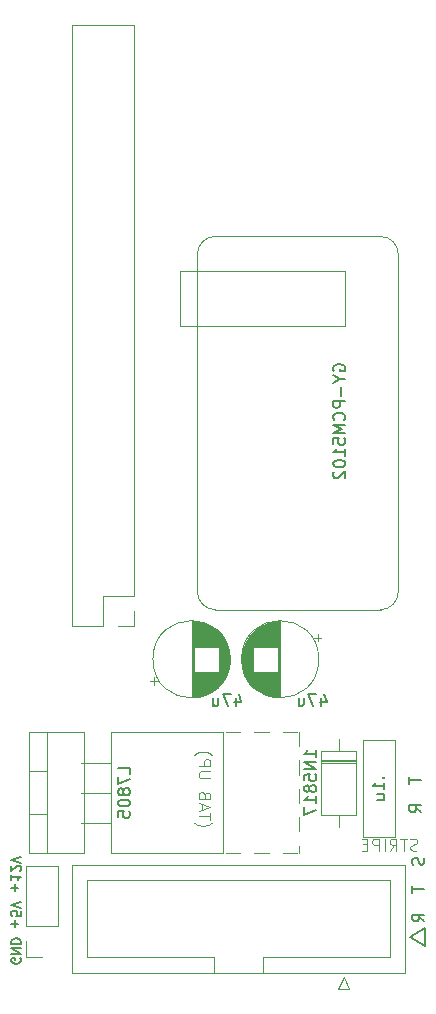
<source format=gbr>
%TF.GenerationSoftware,KiCad,Pcbnew,8.0.7*%
%TF.CreationDate,2025-02-20T21:39:26+00:00*%
%TF.ProjectId,RPi-MiniDexed-EuroRack,5250692d-4d69-46e6-9944-657865642d45,rev?*%
%TF.SameCoordinates,Original*%
%TF.FileFunction,Legend,Bot*%
%TF.FilePolarity,Positive*%
%FSLAX46Y46*%
G04 Gerber Fmt 4.6, Leading zero omitted, Abs format (unit mm)*
G04 Created by KiCad (PCBNEW 8.0.7) date 2025-02-20 21:39:26*
%MOMM*%
%LPD*%
G01*
G04 APERTURE LIST*
%ADD10C,0.100000*%
%ADD11C,0.150000*%
%ADD12C,0.200000*%
%ADD13C,0.120000*%
G04 APERTURE END LIST*
D10*
X66211628Y-124582143D02*
X66259247Y-124629762D01*
X66259247Y-124629762D02*
X66402104Y-124725000D01*
X66402104Y-124725000D02*
X66497342Y-124772619D01*
X66497342Y-124772619D02*
X66640200Y-124820238D01*
X66640200Y-124820238D02*
X66878295Y-124867857D01*
X66878295Y-124867857D02*
X67068771Y-124867857D01*
X67068771Y-124867857D02*
X67306866Y-124820238D01*
X67306866Y-124820238D02*
X67449723Y-124772619D01*
X67449723Y-124772619D02*
X67544961Y-124725000D01*
X67544961Y-124725000D02*
X67687819Y-124629762D01*
X67687819Y-124629762D02*
X67735438Y-124582143D01*
X67592580Y-124344047D02*
X67592580Y-123772619D01*
X66592580Y-124058333D02*
X67592580Y-124058333D01*
X66878295Y-123486904D02*
X66878295Y-123010714D01*
X66592580Y-123582142D02*
X67592580Y-123248809D01*
X67592580Y-123248809D02*
X66592580Y-122915476D01*
X67116390Y-122248809D02*
X67068771Y-122105952D01*
X67068771Y-122105952D02*
X67021152Y-122058333D01*
X67021152Y-122058333D02*
X66925914Y-122010714D01*
X66925914Y-122010714D02*
X66783057Y-122010714D01*
X66783057Y-122010714D02*
X66687819Y-122058333D01*
X66687819Y-122058333D02*
X66640200Y-122105952D01*
X66640200Y-122105952D02*
X66592580Y-122201190D01*
X66592580Y-122201190D02*
X66592580Y-122582142D01*
X66592580Y-122582142D02*
X67592580Y-122582142D01*
X67592580Y-122582142D02*
X67592580Y-122248809D01*
X67592580Y-122248809D02*
X67544961Y-122153571D01*
X67544961Y-122153571D02*
X67497342Y-122105952D01*
X67497342Y-122105952D02*
X67402104Y-122058333D01*
X67402104Y-122058333D02*
X67306866Y-122058333D01*
X67306866Y-122058333D02*
X67211628Y-122105952D01*
X67211628Y-122105952D02*
X67164009Y-122153571D01*
X67164009Y-122153571D02*
X67116390Y-122248809D01*
X67116390Y-122248809D02*
X67116390Y-122582142D01*
X67592580Y-120820237D02*
X66783057Y-120820237D01*
X66783057Y-120820237D02*
X66687819Y-120772618D01*
X66687819Y-120772618D02*
X66640200Y-120724999D01*
X66640200Y-120724999D02*
X66592580Y-120629761D01*
X66592580Y-120629761D02*
X66592580Y-120439285D01*
X66592580Y-120439285D02*
X66640200Y-120344047D01*
X66640200Y-120344047D02*
X66687819Y-120296428D01*
X66687819Y-120296428D02*
X66783057Y-120248809D01*
X66783057Y-120248809D02*
X67592580Y-120248809D01*
X66592580Y-119772618D02*
X67592580Y-119772618D01*
X67592580Y-119772618D02*
X67592580Y-119391666D01*
X67592580Y-119391666D02*
X67544961Y-119296428D01*
X67544961Y-119296428D02*
X67497342Y-119248809D01*
X67497342Y-119248809D02*
X67402104Y-119201190D01*
X67402104Y-119201190D02*
X67259247Y-119201190D01*
X67259247Y-119201190D02*
X67164009Y-119248809D01*
X67164009Y-119248809D02*
X67116390Y-119296428D01*
X67116390Y-119296428D02*
X67068771Y-119391666D01*
X67068771Y-119391666D02*
X67068771Y-119772618D01*
X66211628Y-118867856D02*
X66259247Y-118820237D01*
X66259247Y-118820237D02*
X66402104Y-118724999D01*
X66402104Y-118724999D02*
X66497342Y-118677380D01*
X66497342Y-118677380D02*
X66640200Y-118629761D01*
X66640200Y-118629761D02*
X66878295Y-118582142D01*
X66878295Y-118582142D02*
X67068771Y-118582142D01*
X67068771Y-118582142D02*
X67306866Y-118629761D01*
X67306866Y-118629761D02*
X67449723Y-118677380D01*
X67449723Y-118677380D02*
X67544961Y-118724999D01*
X67544961Y-118724999D02*
X67687819Y-118820237D01*
X67687819Y-118820237D02*
X67735438Y-118867856D01*
D11*
X51499609Y-136066792D02*
X51537704Y-136142982D01*
X51537704Y-136142982D02*
X51537704Y-136257268D01*
X51537704Y-136257268D02*
X51499609Y-136371554D01*
X51499609Y-136371554D02*
X51423419Y-136447744D01*
X51423419Y-136447744D02*
X51347228Y-136485839D01*
X51347228Y-136485839D02*
X51194847Y-136523935D01*
X51194847Y-136523935D02*
X51080561Y-136523935D01*
X51080561Y-136523935D02*
X50928180Y-136485839D01*
X50928180Y-136485839D02*
X50851990Y-136447744D01*
X50851990Y-136447744D02*
X50775800Y-136371554D01*
X50775800Y-136371554D02*
X50737704Y-136257268D01*
X50737704Y-136257268D02*
X50737704Y-136181077D01*
X50737704Y-136181077D02*
X50775800Y-136066792D01*
X50775800Y-136066792D02*
X50813895Y-136028696D01*
X50813895Y-136028696D02*
X51080561Y-136028696D01*
X51080561Y-136028696D02*
X51080561Y-136181077D01*
X50737704Y-135685839D02*
X51537704Y-135685839D01*
X51537704Y-135685839D02*
X50737704Y-135228696D01*
X50737704Y-135228696D02*
X51537704Y-135228696D01*
X50737704Y-134847744D02*
X51537704Y-134847744D01*
X51537704Y-134847744D02*
X51537704Y-134657268D01*
X51537704Y-134657268D02*
X51499609Y-134542982D01*
X51499609Y-134542982D02*
X51423419Y-134466792D01*
X51423419Y-134466792D02*
X51347228Y-134428697D01*
X51347228Y-134428697D02*
X51194847Y-134390601D01*
X51194847Y-134390601D02*
X51080561Y-134390601D01*
X51080561Y-134390601D02*
X50928180Y-134428697D01*
X50928180Y-134428697D02*
X50851990Y-134466792D01*
X50851990Y-134466792D02*
X50775800Y-134542982D01*
X50775800Y-134542982D02*
X50737704Y-134657268D01*
X50737704Y-134657268D02*
X50737704Y-134847744D01*
X51042466Y-133438220D02*
X51042466Y-132828697D01*
X50737704Y-133133458D02*
X51347228Y-133133458D01*
X51537704Y-132066792D02*
X51537704Y-132447744D01*
X51537704Y-132447744D02*
X51156752Y-132485840D01*
X51156752Y-132485840D02*
X51194847Y-132447744D01*
X51194847Y-132447744D02*
X51232942Y-132371554D01*
X51232942Y-132371554D02*
X51232942Y-132181078D01*
X51232942Y-132181078D02*
X51194847Y-132104887D01*
X51194847Y-132104887D02*
X51156752Y-132066792D01*
X51156752Y-132066792D02*
X51080561Y-132028697D01*
X51080561Y-132028697D02*
X50890085Y-132028697D01*
X50890085Y-132028697D02*
X50813895Y-132066792D01*
X50813895Y-132066792D02*
X50775800Y-132104887D01*
X50775800Y-132104887D02*
X50737704Y-132181078D01*
X50737704Y-132181078D02*
X50737704Y-132371554D01*
X50737704Y-132371554D02*
X50775800Y-132447744D01*
X50775800Y-132447744D02*
X50813895Y-132485840D01*
X51537704Y-131800125D02*
X50737704Y-131533458D01*
X50737704Y-131533458D02*
X51537704Y-131266792D01*
X51042466Y-130390601D02*
X51042466Y-129781078D01*
X50737704Y-130085839D02*
X51347228Y-130085839D01*
X50737704Y-128981078D02*
X50737704Y-129438221D01*
X50737704Y-129209649D02*
X51537704Y-129209649D01*
X51537704Y-129209649D02*
X51423419Y-129285840D01*
X51423419Y-129285840D02*
X51347228Y-129362030D01*
X51347228Y-129362030D02*
X51309133Y-129438221D01*
X51461514Y-128676316D02*
X51499609Y-128638220D01*
X51499609Y-128638220D02*
X51537704Y-128562030D01*
X51537704Y-128562030D02*
X51537704Y-128371554D01*
X51537704Y-128371554D02*
X51499609Y-128295363D01*
X51499609Y-128295363D02*
X51461514Y-128257268D01*
X51461514Y-128257268D02*
X51385323Y-128219173D01*
X51385323Y-128219173D02*
X51309133Y-128219173D01*
X51309133Y-128219173D02*
X51194847Y-128257268D01*
X51194847Y-128257268D02*
X50737704Y-128714411D01*
X50737704Y-128714411D02*
X50737704Y-128219173D01*
X51537704Y-127990601D02*
X50737704Y-127723934D01*
X50737704Y-127723934D02*
X51537704Y-127457268D01*
D12*
X85750000Y-135000000D02*
X84500000Y-134250000D01*
X85750000Y-133500000D01*
X85750000Y-135000000D01*
D10*
X85107142Y-126909800D02*
X84964285Y-126957419D01*
X84964285Y-126957419D02*
X84726190Y-126957419D01*
X84726190Y-126957419D02*
X84630952Y-126909800D01*
X84630952Y-126909800D02*
X84583333Y-126862180D01*
X84583333Y-126862180D02*
X84535714Y-126766942D01*
X84535714Y-126766942D02*
X84535714Y-126671704D01*
X84535714Y-126671704D02*
X84583333Y-126576466D01*
X84583333Y-126576466D02*
X84630952Y-126528847D01*
X84630952Y-126528847D02*
X84726190Y-126481228D01*
X84726190Y-126481228D02*
X84916666Y-126433609D01*
X84916666Y-126433609D02*
X85011904Y-126385990D01*
X85011904Y-126385990D02*
X85059523Y-126338371D01*
X85059523Y-126338371D02*
X85107142Y-126243133D01*
X85107142Y-126243133D02*
X85107142Y-126147895D01*
X85107142Y-126147895D02*
X85059523Y-126052657D01*
X85059523Y-126052657D02*
X85011904Y-126005038D01*
X85011904Y-126005038D02*
X84916666Y-125957419D01*
X84916666Y-125957419D02*
X84678571Y-125957419D01*
X84678571Y-125957419D02*
X84535714Y-126005038D01*
X84249999Y-125957419D02*
X83678571Y-125957419D01*
X83964285Y-126957419D02*
X83964285Y-125957419D01*
X82773809Y-126957419D02*
X83107142Y-126481228D01*
X83345237Y-126957419D02*
X83345237Y-125957419D01*
X83345237Y-125957419D02*
X82964285Y-125957419D01*
X82964285Y-125957419D02*
X82869047Y-126005038D01*
X82869047Y-126005038D02*
X82821428Y-126052657D01*
X82821428Y-126052657D02*
X82773809Y-126147895D01*
X82773809Y-126147895D02*
X82773809Y-126290752D01*
X82773809Y-126290752D02*
X82821428Y-126385990D01*
X82821428Y-126385990D02*
X82869047Y-126433609D01*
X82869047Y-126433609D02*
X82964285Y-126481228D01*
X82964285Y-126481228D02*
X83345237Y-126481228D01*
X82345237Y-126957419D02*
X82345237Y-125957419D01*
X81869047Y-126957419D02*
X81869047Y-125957419D01*
X81869047Y-125957419D02*
X81488095Y-125957419D01*
X81488095Y-125957419D02*
X81392857Y-126005038D01*
X81392857Y-126005038D02*
X81345238Y-126052657D01*
X81345238Y-126052657D02*
X81297619Y-126147895D01*
X81297619Y-126147895D02*
X81297619Y-126290752D01*
X81297619Y-126290752D02*
X81345238Y-126385990D01*
X81345238Y-126385990D02*
X81392857Y-126433609D01*
X81392857Y-126433609D02*
X81488095Y-126481228D01*
X81488095Y-126481228D02*
X81869047Y-126481228D01*
X80869047Y-126433609D02*
X80535714Y-126433609D01*
X80392857Y-126957419D02*
X80869047Y-126957419D01*
X80869047Y-126957419D02*
X80869047Y-125957419D01*
X80869047Y-125957419D02*
X80392857Y-125957419D01*
D12*
X84452219Y-120702381D02*
X84452219Y-121273809D01*
X85452219Y-120988095D02*
X84452219Y-120988095D01*
X85452219Y-123702381D02*
X84976028Y-123369048D01*
X85452219Y-123130953D02*
X84452219Y-123130953D01*
X84452219Y-123130953D02*
X84452219Y-123511905D01*
X84452219Y-123511905D02*
X84499838Y-123607143D01*
X84499838Y-123607143D02*
X84547457Y-123654762D01*
X84547457Y-123654762D02*
X84642695Y-123702381D01*
X84642695Y-123702381D02*
X84785552Y-123702381D01*
X84785552Y-123702381D02*
X84880790Y-123654762D01*
X84880790Y-123654762D02*
X84928409Y-123607143D01*
X84928409Y-123607143D02*
X84976028Y-123511905D01*
X84976028Y-123511905D02*
X84976028Y-123130953D01*
X85654600Y-127559523D02*
X85702219Y-127702380D01*
X85702219Y-127702380D02*
X85702219Y-127940475D01*
X85702219Y-127940475D02*
X85654600Y-128035713D01*
X85654600Y-128035713D02*
X85606980Y-128083332D01*
X85606980Y-128083332D02*
X85511742Y-128130951D01*
X85511742Y-128130951D02*
X85416504Y-128130951D01*
X85416504Y-128130951D02*
X85321266Y-128083332D01*
X85321266Y-128083332D02*
X85273647Y-128035713D01*
X85273647Y-128035713D02*
X85226028Y-127940475D01*
X85226028Y-127940475D02*
X85178409Y-127749999D01*
X85178409Y-127749999D02*
X85130790Y-127654761D01*
X85130790Y-127654761D02*
X85083171Y-127607142D01*
X85083171Y-127607142D02*
X84987933Y-127559523D01*
X84987933Y-127559523D02*
X84892695Y-127559523D01*
X84892695Y-127559523D02*
X84797457Y-127607142D01*
X84797457Y-127607142D02*
X84749838Y-127654761D01*
X84749838Y-127654761D02*
X84702219Y-127749999D01*
X84702219Y-127749999D02*
X84702219Y-127988094D01*
X84702219Y-127988094D02*
X84749838Y-128130951D01*
X84702219Y-129940476D02*
X84702219Y-130511904D01*
X85702219Y-130226190D02*
X84702219Y-130226190D01*
X85702219Y-132940476D02*
X85226028Y-132607143D01*
X85702219Y-132369048D02*
X84702219Y-132369048D01*
X84702219Y-132369048D02*
X84702219Y-132750000D01*
X84702219Y-132750000D02*
X84749838Y-132845238D01*
X84749838Y-132845238D02*
X84797457Y-132892857D01*
X84797457Y-132892857D02*
X84892695Y-132940476D01*
X84892695Y-132940476D02*
X85035552Y-132940476D01*
X85035552Y-132940476D02*
X85130790Y-132892857D01*
X85130790Y-132892857D02*
X85178409Y-132845238D01*
X85178409Y-132845238D02*
X85226028Y-132750000D01*
X85226028Y-132750000D02*
X85226028Y-132369048D01*
D11*
X60784819Y-120444761D02*
X60784819Y-119968571D01*
X60784819Y-119968571D02*
X59784819Y-119968571D01*
X59784819Y-120682857D02*
X59784819Y-121349523D01*
X59784819Y-121349523D02*
X60784819Y-120920952D01*
X60213390Y-121873333D02*
X60165771Y-121778095D01*
X60165771Y-121778095D02*
X60118152Y-121730476D01*
X60118152Y-121730476D02*
X60022914Y-121682857D01*
X60022914Y-121682857D02*
X59975295Y-121682857D01*
X59975295Y-121682857D02*
X59880057Y-121730476D01*
X59880057Y-121730476D02*
X59832438Y-121778095D01*
X59832438Y-121778095D02*
X59784819Y-121873333D01*
X59784819Y-121873333D02*
X59784819Y-122063809D01*
X59784819Y-122063809D02*
X59832438Y-122159047D01*
X59832438Y-122159047D02*
X59880057Y-122206666D01*
X59880057Y-122206666D02*
X59975295Y-122254285D01*
X59975295Y-122254285D02*
X60022914Y-122254285D01*
X60022914Y-122254285D02*
X60118152Y-122206666D01*
X60118152Y-122206666D02*
X60165771Y-122159047D01*
X60165771Y-122159047D02*
X60213390Y-122063809D01*
X60213390Y-122063809D02*
X60213390Y-121873333D01*
X60213390Y-121873333D02*
X60261009Y-121778095D01*
X60261009Y-121778095D02*
X60308628Y-121730476D01*
X60308628Y-121730476D02*
X60403866Y-121682857D01*
X60403866Y-121682857D02*
X60594342Y-121682857D01*
X60594342Y-121682857D02*
X60689580Y-121730476D01*
X60689580Y-121730476D02*
X60737200Y-121778095D01*
X60737200Y-121778095D02*
X60784819Y-121873333D01*
X60784819Y-121873333D02*
X60784819Y-122063809D01*
X60784819Y-122063809D02*
X60737200Y-122159047D01*
X60737200Y-122159047D02*
X60689580Y-122206666D01*
X60689580Y-122206666D02*
X60594342Y-122254285D01*
X60594342Y-122254285D02*
X60403866Y-122254285D01*
X60403866Y-122254285D02*
X60308628Y-122206666D01*
X60308628Y-122206666D02*
X60261009Y-122159047D01*
X60261009Y-122159047D02*
X60213390Y-122063809D01*
X59784819Y-122873333D02*
X59784819Y-122968571D01*
X59784819Y-122968571D02*
X59832438Y-123063809D01*
X59832438Y-123063809D02*
X59880057Y-123111428D01*
X59880057Y-123111428D02*
X59975295Y-123159047D01*
X59975295Y-123159047D02*
X60165771Y-123206666D01*
X60165771Y-123206666D02*
X60403866Y-123206666D01*
X60403866Y-123206666D02*
X60594342Y-123159047D01*
X60594342Y-123159047D02*
X60689580Y-123111428D01*
X60689580Y-123111428D02*
X60737200Y-123063809D01*
X60737200Y-123063809D02*
X60784819Y-122968571D01*
X60784819Y-122968571D02*
X60784819Y-122873333D01*
X60784819Y-122873333D02*
X60737200Y-122778095D01*
X60737200Y-122778095D02*
X60689580Y-122730476D01*
X60689580Y-122730476D02*
X60594342Y-122682857D01*
X60594342Y-122682857D02*
X60403866Y-122635238D01*
X60403866Y-122635238D02*
X60165771Y-122635238D01*
X60165771Y-122635238D02*
X59975295Y-122682857D01*
X59975295Y-122682857D02*
X59880057Y-122730476D01*
X59880057Y-122730476D02*
X59832438Y-122778095D01*
X59832438Y-122778095D02*
X59784819Y-122873333D01*
X59784819Y-124111428D02*
X59784819Y-123635238D01*
X59784819Y-123635238D02*
X60261009Y-123587619D01*
X60261009Y-123587619D02*
X60213390Y-123635238D01*
X60213390Y-123635238D02*
X60165771Y-123730476D01*
X60165771Y-123730476D02*
X60165771Y-123968571D01*
X60165771Y-123968571D02*
X60213390Y-124063809D01*
X60213390Y-124063809D02*
X60261009Y-124111428D01*
X60261009Y-124111428D02*
X60356247Y-124159047D01*
X60356247Y-124159047D02*
X60594342Y-124159047D01*
X60594342Y-124159047D02*
X60689580Y-124111428D01*
X60689580Y-124111428D02*
X60737200Y-124063809D01*
X60737200Y-124063809D02*
X60784819Y-123968571D01*
X60784819Y-123968571D02*
X60784819Y-123730476D01*
X60784819Y-123730476D02*
X60737200Y-123635238D01*
X60737200Y-123635238D02*
X60689580Y-123587619D01*
X76554819Y-119032142D02*
X76554819Y-118460714D01*
X76554819Y-118746428D02*
X75554819Y-118746428D01*
X75554819Y-118746428D02*
X75697676Y-118651190D01*
X75697676Y-118651190D02*
X75792914Y-118555952D01*
X75792914Y-118555952D02*
X75840533Y-118460714D01*
X76554819Y-119460714D02*
X75554819Y-119460714D01*
X75554819Y-119460714D02*
X76554819Y-120032142D01*
X76554819Y-120032142D02*
X75554819Y-120032142D01*
X75554819Y-120984523D02*
X75554819Y-120508333D01*
X75554819Y-120508333D02*
X76031009Y-120460714D01*
X76031009Y-120460714D02*
X75983390Y-120508333D01*
X75983390Y-120508333D02*
X75935771Y-120603571D01*
X75935771Y-120603571D02*
X75935771Y-120841666D01*
X75935771Y-120841666D02*
X75983390Y-120936904D01*
X75983390Y-120936904D02*
X76031009Y-120984523D01*
X76031009Y-120984523D02*
X76126247Y-121032142D01*
X76126247Y-121032142D02*
X76364342Y-121032142D01*
X76364342Y-121032142D02*
X76459580Y-120984523D01*
X76459580Y-120984523D02*
X76507200Y-120936904D01*
X76507200Y-120936904D02*
X76554819Y-120841666D01*
X76554819Y-120841666D02*
X76554819Y-120603571D01*
X76554819Y-120603571D02*
X76507200Y-120508333D01*
X76507200Y-120508333D02*
X76459580Y-120460714D01*
X75983390Y-121603571D02*
X75935771Y-121508333D01*
X75935771Y-121508333D02*
X75888152Y-121460714D01*
X75888152Y-121460714D02*
X75792914Y-121413095D01*
X75792914Y-121413095D02*
X75745295Y-121413095D01*
X75745295Y-121413095D02*
X75650057Y-121460714D01*
X75650057Y-121460714D02*
X75602438Y-121508333D01*
X75602438Y-121508333D02*
X75554819Y-121603571D01*
X75554819Y-121603571D02*
X75554819Y-121794047D01*
X75554819Y-121794047D02*
X75602438Y-121889285D01*
X75602438Y-121889285D02*
X75650057Y-121936904D01*
X75650057Y-121936904D02*
X75745295Y-121984523D01*
X75745295Y-121984523D02*
X75792914Y-121984523D01*
X75792914Y-121984523D02*
X75888152Y-121936904D01*
X75888152Y-121936904D02*
X75935771Y-121889285D01*
X75935771Y-121889285D02*
X75983390Y-121794047D01*
X75983390Y-121794047D02*
X75983390Y-121603571D01*
X75983390Y-121603571D02*
X76031009Y-121508333D01*
X76031009Y-121508333D02*
X76078628Y-121460714D01*
X76078628Y-121460714D02*
X76173866Y-121413095D01*
X76173866Y-121413095D02*
X76364342Y-121413095D01*
X76364342Y-121413095D02*
X76459580Y-121460714D01*
X76459580Y-121460714D02*
X76507200Y-121508333D01*
X76507200Y-121508333D02*
X76554819Y-121603571D01*
X76554819Y-121603571D02*
X76554819Y-121794047D01*
X76554819Y-121794047D02*
X76507200Y-121889285D01*
X76507200Y-121889285D02*
X76459580Y-121936904D01*
X76459580Y-121936904D02*
X76364342Y-121984523D01*
X76364342Y-121984523D02*
X76173866Y-121984523D01*
X76173866Y-121984523D02*
X76078628Y-121936904D01*
X76078628Y-121936904D02*
X76031009Y-121889285D01*
X76031009Y-121889285D02*
X75983390Y-121794047D01*
X76554819Y-122936904D02*
X76554819Y-122365476D01*
X76554819Y-122651190D02*
X75554819Y-122651190D01*
X75554819Y-122651190D02*
X75697676Y-122555952D01*
X75697676Y-122555952D02*
X75792914Y-122460714D01*
X75792914Y-122460714D02*
X75840533Y-122365476D01*
X75554819Y-123270238D02*
X75554819Y-123936904D01*
X75554819Y-123936904D02*
X76554819Y-123508333D01*
X76988095Y-114038152D02*
X76988095Y-114704819D01*
X77226190Y-113657200D02*
X77464285Y-114371485D01*
X77464285Y-114371485D02*
X76845238Y-114371485D01*
X76559523Y-113704819D02*
X75892857Y-113704819D01*
X75892857Y-113704819D02*
X76321428Y-114704819D01*
X75083333Y-114038152D02*
X75083333Y-114704819D01*
X75511904Y-114038152D02*
X75511904Y-114561961D01*
X75511904Y-114561961D02*
X75464285Y-114657200D01*
X75464285Y-114657200D02*
X75369047Y-114704819D01*
X75369047Y-114704819D02*
X75226190Y-114704819D01*
X75226190Y-114704819D02*
X75130952Y-114657200D01*
X75130952Y-114657200D02*
X75083333Y-114609580D01*
X82234580Y-120771429D02*
X82282200Y-120819048D01*
X82282200Y-120819048D02*
X82329819Y-120771429D01*
X82329819Y-120771429D02*
X82282200Y-120723810D01*
X82282200Y-120723810D02*
X82234580Y-120771429D01*
X82234580Y-120771429D02*
X82329819Y-120771429D01*
X82329819Y-121771428D02*
X82329819Y-121200000D01*
X82329819Y-121485714D02*
X81329819Y-121485714D01*
X81329819Y-121485714D02*
X81472676Y-121390476D01*
X81472676Y-121390476D02*
X81567914Y-121295238D01*
X81567914Y-121295238D02*
X81615533Y-121200000D01*
X81663152Y-122628571D02*
X82329819Y-122628571D01*
X81663152Y-122200000D02*
X82186961Y-122200000D01*
X82186961Y-122200000D02*
X82282200Y-122247619D01*
X82282200Y-122247619D02*
X82329819Y-122342857D01*
X82329819Y-122342857D02*
X82329819Y-122485714D01*
X82329819Y-122485714D02*
X82282200Y-122580952D01*
X82282200Y-122580952D02*
X82234580Y-122628571D01*
X69738095Y-114038152D02*
X69738095Y-114704819D01*
X69976190Y-113657200D02*
X70214285Y-114371485D01*
X70214285Y-114371485D02*
X69595238Y-114371485D01*
X69309523Y-113704819D02*
X68642857Y-113704819D01*
X68642857Y-113704819D02*
X69071428Y-114704819D01*
X67833333Y-114038152D02*
X67833333Y-114704819D01*
X68261904Y-114038152D02*
X68261904Y-114561961D01*
X68261904Y-114561961D02*
X68214285Y-114657200D01*
X68214285Y-114657200D02*
X68119047Y-114704819D01*
X68119047Y-114704819D02*
X67976190Y-114704819D01*
X67976190Y-114704819D02*
X67880952Y-114657200D01*
X67880952Y-114657200D02*
X67833333Y-114609580D01*
X78052438Y-86338095D02*
X78004819Y-86242857D01*
X78004819Y-86242857D02*
X78004819Y-86100000D01*
X78004819Y-86100000D02*
X78052438Y-85957143D01*
X78052438Y-85957143D02*
X78147676Y-85861905D01*
X78147676Y-85861905D02*
X78242914Y-85814286D01*
X78242914Y-85814286D02*
X78433390Y-85766667D01*
X78433390Y-85766667D02*
X78576247Y-85766667D01*
X78576247Y-85766667D02*
X78766723Y-85814286D01*
X78766723Y-85814286D02*
X78861961Y-85861905D01*
X78861961Y-85861905D02*
X78957200Y-85957143D01*
X78957200Y-85957143D02*
X79004819Y-86100000D01*
X79004819Y-86100000D02*
X79004819Y-86195238D01*
X79004819Y-86195238D02*
X78957200Y-86338095D01*
X78957200Y-86338095D02*
X78909580Y-86385714D01*
X78909580Y-86385714D02*
X78576247Y-86385714D01*
X78576247Y-86385714D02*
X78576247Y-86195238D01*
X78528628Y-87004762D02*
X79004819Y-87004762D01*
X78004819Y-86671429D02*
X78528628Y-87004762D01*
X78528628Y-87004762D02*
X78004819Y-87338095D01*
X78623866Y-87671429D02*
X78623866Y-88433334D01*
X79004819Y-88909524D02*
X78004819Y-88909524D01*
X78004819Y-88909524D02*
X78004819Y-89290476D01*
X78004819Y-89290476D02*
X78052438Y-89385714D01*
X78052438Y-89385714D02*
X78100057Y-89433333D01*
X78100057Y-89433333D02*
X78195295Y-89480952D01*
X78195295Y-89480952D02*
X78338152Y-89480952D01*
X78338152Y-89480952D02*
X78433390Y-89433333D01*
X78433390Y-89433333D02*
X78481009Y-89385714D01*
X78481009Y-89385714D02*
X78528628Y-89290476D01*
X78528628Y-89290476D02*
X78528628Y-88909524D01*
X78909580Y-90480952D02*
X78957200Y-90433333D01*
X78957200Y-90433333D02*
X79004819Y-90290476D01*
X79004819Y-90290476D02*
X79004819Y-90195238D01*
X79004819Y-90195238D02*
X78957200Y-90052381D01*
X78957200Y-90052381D02*
X78861961Y-89957143D01*
X78861961Y-89957143D02*
X78766723Y-89909524D01*
X78766723Y-89909524D02*
X78576247Y-89861905D01*
X78576247Y-89861905D02*
X78433390Y-89861905D01*
X78433390Y-89861905D02*
X78242914Y-89909524D01*
X78242914Y-89909524D02*
X78147676Y-89957143D01*
X78147676Y-89957143D02*
X78052438Y-90052381D01*
X78052438Y-90052381D02*
X78004819Y-90195238D01*
X78004819Y-90195238D02*
X78004819Y-90290476D01*
X78004819Y-90290476D02*
X78052438Y-90433333D01*
X78052438Y-90433333D02*
X78100057Y-90480952D01*
X79004819Y-90909524D02*
X78004819Y-90909524D01*
X78004819Y-90909524D02*
X78719104Y-91242857D01*
X78719104Y-91242857D02*
X78004819Y-91576190D01*
X78004819Y-91576190D02*
X79004819Y-91576190D01*
X78004819Y-92528571D02*
X78004819Y-92052381D01*
X78004819Y-92052381D02*
X78481009Y-92004762D01*
X78481009Y-92004762D02*
X78433390Y-92052381D01*
X78433390Y-92052381D02*
X78385771Y-92147619D01*
X78385771Y-92147619D02*
X78385771Y-92385714D01*
X78385771Y-92385714D02*
X78433390Y-92480952D01*
X78433390Y-92480952D02*
X78481009Y-92528571D01*
X78481009Y-92528571D02*
X78576247Y-92576190D01*
X78576247Y-92576190D02*
X78814342Y-92576190D01*
X78814342Y-92576190D02*
X78909580Y-92528571D01*
X78909580Y-92528571D02*
X78957200Y-92480952D01*
X78957200Y-92480952D02*
X79004819Y-92385714D01*
X79004819Y-92385714D02*
X79004819Y-92147619D01*
X79004819Y-92147619D02*
X78957200Y-92052381D01*
X78957200Y-92052381D02*
X78909580Y-92004762D01*
X79004819Y-93528571D02*
X79004819Y-92957143D01*
X79004819Y-93242857D02*
X78004819Y-93242857D01*
X78004819Y-93242857D02*
X78147676Y-93147619D01*
X78147676Y-93147619D02*
X78242914Y-93052381D01*
X78242914Y-93052381D02*
X78290533Y-92957143D01*
X78004819Y-94147619D02*
X78004819Y-94242857D01*
X78004819Y-94242857D02*
X78052438Y-94338095D01*
X78052438Y-94338095D02*
X78100057Y-94385714D01*
X78100057Y-94385714D02*
X78195295Y-94433333D01*
X78195295Y-94433333D02*
X78385771Y-94480952D01*
X78385771Y-94480952D02*
X78623866Y-94480952D01*
X78623866Y-94480952D02*
X78814342Y-94433333D01*
X78814342Y-94433333D02*
X78909580Y-94385714D01*
X78909580Y-94385714D02*
X78957200Y-94338095D01*
X78957200Y-94338095D02*
X79004819Y-94242857D01*
X79004819Y-94242857D02*
X79004819Y-94147619D01*
X79004819Y-94147619D02*
X78957200Y-94052381D01*
X78957200Y-94052381D02*
X78909580Y-94004762D01*
X78909580Y-94004762D02*
X78814342Y-93957143D01*
X78814342Y-93957143D02*
X78623866Y-93909524D01*
X78623866Y-93909524D02*
X78385771Y-93909524D01*
X78385771Y-93909524D02*
X78195295Y-93957143D01*
X78195295Y-93957143D02*
X78100057Y-94004762D01*
X78100057Y-94004762D02*
X78052438Y-94052381D01*
X78052438Y-94052381D02*
X78004819Y-94147619D01*
X78100057Y-94861905D02*
X78052438Y-94909524D01*
X78052438Y-94909524D02*
X78004819Y-95004762D01*
X78004819Y-95004762D02*
X78004819Y-95242857D01*
X78004819Y-95242857D02*
X78052438Y-95338095D01*
X78052438Y-95338095D02*
X78100057Y-95385714D01*
X78100057Y-95385714D02*
X78195295Y-95433333D01*
X78195295Y-95433333D02*
X78290533Y-95433333D01*
X78290533Y-95433333D02*
X78433390Y-95385714D01*
X78433390Y-95385714D02*
X79004819Y-94814286D01*
X79004819Y-94814286D02*
X79004819Y-95433333D01*
D13*
%TO.C,J9*%
X53350000Y-135955000D02*
X52020000Y-135955000D01*
X52020000Y-135955000D02*
X52020000Y-134625000D01*
X52020000Y-128215000D02*
X52020000Y-133355000D01*
X54680000Y-133355000D02*
X52020000Y-133355000D01*
X54680000Y-128215000D02*
X52020000Y-128215000D01*
X54680000Y-128215000D02*
X54680000Y-133355000D01*
%TO.C,U2*%
X74920000Y-127160000D02*
X73720000Y-127160000D01*
X72520000Y-127160000D02*
X71320000Y-127160000D01*
X70120000Y-127160000D02*
X68920000Y-127160000D01*
X68680000Y-127160000D02*
X59190000Y-127160000D01*
X75080000Y-127160000D02*
X75080000Y-126520000D01*
X59190000Y-124580000D02*
X56650000Y-124580000D01*
X75080000Y-125320000D02*
X75080000Y-124120000D01*
X59190000Y-122040000D02*
X56650000Y-122040000D01*
X75080000Y-122920000D02*
X75080000Y-121720000D01*
X59190000Y-119500000D02*
X56650000Y-119500000D01*
X75080000Y-120520000D02*
X75080000Y-119319000D01*
X75080000Y-118120000D02*
X75080000Y-116920000D01*
X74920000Y-116920000D02*
X73720000Y-116920000D01*
X72520000Y-116920000D02*
X71320000Y-116920000D01*
X70120000Y-116920000D02*
X68920000Y-116920000D01*
X68680000Y-127160000D02*
X68680000Y-116920000D01*
X59190000Y-127160000D02*
X59190000Y-116920000D01*
X68680000Y-116920000D02*
X59190000Y-116920000D01*
%TO.C,U3*%
X56871000Y-116920000D02*
X52230000Y-116920000D01*
X52230000Y-127160000D02*
X52230000Y-116920000D01*
X53740000Y-127160000D02*
X53740000Y-116920000D01*
X56871000Y-127160000D02*
X56871000Y-116920000D01*
X53740000Y-120190000D02*
X52230000Y-120190000D01*
X53740000Y-123891000D02*
X52230000Y-123891000D01*
X56871000Y-127160000D02*
X52230000Y-127160000D01*
%TO.C,D2*%
X79920000Y-123945000D02*
X79920000Y-118505000D01*
X79920000Y-119525000D02*
X76980000Y-119525000D01*
X79920000Y-119405000D02*
X76980000Y-119405000D01*
X79920000Y-119285000D02*
X76980000Y-119285000D01*
X79920000Y-118505000D02*
X76980000Y-118505000D01*
X78450000Y-123945000D02*
X78450000Y-124965000D01*
X78450000Y-118505000D02*
X78450000Y-117485000D01*
X76980000Y-123945000D02*
X79920000Y-123945000D01*
X76980000Y-118505000D02*
X76980000Y-123945000D01*
%TO.C,P1*%
X55900000Y-57040000D02*
X55900000Y-107960000D01*
X58500000Y-105360000D02*
X58500000Y-107960000D01*
X58500000Y-107960000D02*
X55900000Y-107960000D01*
X61100000Y-57040000D02*
X55900000Y-57040000D01*
X61100000Y-57040000D02*
X61100000Y-105360000D01*
X61100000Y-105360000D02*
X58500000Y-105360000D01*
X61100000Y-106630000D02*
X61100000Y-107960000D01*
X61100000Y-107960000D02*
X59770000Y-107960000D01*
%TO.C,C9*%
X70259000Y-111152000D02*
X70259000Y-110348000D01*
X70299000Y-111383000D02*
X70299000Y-110117000D01*
X70339000Y-111552000D02*
X70339000Y-109948000D01*
X70379000Y-111690000D02*
X70379000Y-109810000D01*
X70419000Y-111809000D02*
X70419000Y-109691000D01*
X70459000Y-111915000D02*
X70459000Y-109585000D01*
X70499000Y-112012000D02*
X70499000Y-109488000D01*
X70539000Y-112100000D02*
X70539000Y-109400000D01*
X70579000Y-112182000D02*
X70579000Y-109318000D01*
X70619000Y-112259000D02*
X70619000Y-109241000D01*
X70659000Y-112331000D02*
X70659000Y-109169000D01*
X70699000Y-112400000D02*
X70699000Y-109100000D01*
X70739000Y-112464000D02*
X70739000Y-109036000D01*
X70779000Y-112526000D02*
X70779000Y-108974000D01*
X70819000Y-112584000D02*
X70819000Y-108916000D01*
X70859000Y-112640000D02*
X70859000Y-108860000D01*
X70899000Y-112694000D02*
X70899000Y-108806000D01*
X70939000Y-112745000D02*
X70939000Y-108755000D01*
X70979000Y-112794000D02*
X70979000Y-108706000D01*
X71019000Y-112842000D02*
X71019000Y-108658000D01*
X71059000Y-112887000D02*
X71059000Y-108613000D01*
X71099000Y-112932000D02*
X71099000Y-108568000D01*
X71139000Y-112974000D02*
X71139000Y-108526000D01*
X71179000Y-113015000D02*
X71179000Y-108485000D01*
X71219000Y-109710000D02*
X71219000Y-108445000D01*
X71219000Y-113055000D02*
X71219000Y-111790000D01*
X71259000Y-109710000D02*
X71259000Y-108407000D01*
X71259000Y-113093000D02*
X71259000Y-111790000D01*
X71299000Y-109710000D02*
X71299000Y-108370000D01*
X71299000Y-113130000D02*
X71299000Y-111790000D01*
X71339000Y-109710000D02*
X71339000Y-108334000D01*
X71339000Y-113166000D02*
X71339000Y-111790000D01*
X71379000Y-109710000D02*
X71379000Y-108300000D01*
X71379000Y-113200000D02*
X71379000Y-111790000D01*
X71419000Y-109710000D02*
X71419000Y-108266000D01*
X71419000Y-113234000D02*
X71419000Y-111790000D01*
X71459000Y-109710000D02*
X71459000Y-108234000D01*
X71459000Y-113266000D02*
X71459000Y-111790000D01*
X71499000Y-109710000D02*
X71499000Y-108202000D01*
X71499000Y-113298000D02*
X71499000Y-111790000D01*
X71539000Y-109710000D02*
X71539000Y-108172000D01*
X71539000Y-113328000D02*
X71539000Y-111790000D01*
X71579000Y-109710000D02*
X71579000Y-108143000D01*
X71579000Y-113357000D02*
X71579000Y-111790000D01*
X71619000Y-109710000D02*
X71619000Y-108114000D01*
X71619000Y-113386000D02*
X71619000Y-111790000D01*
X71659000Y-109710000D02*
X71659000Y-108086000D01*
X71659000Y-113414000D02*
X71659000Y-111790000D01*
X71699000Y-109710000D02*
X71699000Y-108060000D01*
X71699000Y-113440000D02*
X71699000Y-111790000D01*
X71739000Y-109710000D02*
X71739000Y-108034000D01*
X71739000Y-113466000D02*
X71739000Y-111790000D01*
X71779000Y-109710000D02*
X71779000Y-108008000D01*
X71779000Y-113492000D02*
X71779000Y-111790000D01*
X71819000Y-109710000D02*
X71819000Y-107984000D01*
X71819000Y-113516000D02*
X71819000Y-111790000D01*
X71859000Y-109710000D02*
X71859000Y-107960000D01*
X71859000Y-113540000D02*
X71859000Y-111790000D01*
X71899000Y-109710000D02*
X71899000Y-107938000D01*
X71899000Y-113562000D02*
X71899000Y-111790000D01*
X71939000Y-109710000D02*
X71939000Y-107916000D01*
X71939000Y-113584000D02*
X71939000Y-111790000D01*
X71979000Y-109710000D02*
X71979000Y-107894000D01*
X71979000Y-113606000D02*
X71979000Y-111790000D01*
X72019000Y-109710000D02*
X72019000Y-107874000D01*
X72019000Y-113626000D02*
X72019000Y-111790000D01*
X72059000Y-109710000D02*
X72059000Y-107854000D01*
X72059000Y-113646000D02*
X72059000Y-111790000D01*
X72099000Y-109710000D02*
X72099000Y-107834000D01*
X72099000Y-113666000D02*
X72099000Y-111790000D01*
X72139000Y-109710000D02*
X72139000Y-107816000D01*
X72139000Y-113684000D02*
X72139000Y-111790000D01*
X72179000Y-109710000D02*
X72179000Y-107798000D01*
X72179000Y-113702000D02*
X72179000Y-111790000D01*
X72219000Y-109710000D02*
X72219000Y-107780000D01*
X72219000Y-113720000D02*
X72219000Y-111790000D01*
X72259000Y-109710000D02*
X72259000Y-107764000D01*
X72259000Y-113736000D02*
X72259000Y-111790000D01*
X72299000Y-109710000D02*
X72299000Y-107748000D01*
X72299000Y-113752000D02*
X72299000Y-111790000D01*
X72339000Y-109710000D02*
X72339000Y-107732000D01*
X72339000Y-113768000D02*
X72339000Y-111790000D01*
X72379000Y-109710000D02*
X72379000Y-107717000D01*
X72379000Y-113783000D02*
X72379000Y-111790000D01*
X72419000Y-109710000D02*
X72419000Y-107703000D01*
X72419000Y-113797000D02*
X72419000Y-111790000D01*
X72459000Y-109710000D02*
X72459000Y-107689000D01*
X72459000Y-113811000D02*
X72459000Y-111790000D01*
X72499000Y-109710000D02*
X72499000Y-107676000D01*
X72499000Y-113824000D02*
X72499000Y-111790000D01*
X72539000Y-109710000D02*
X72539000Y-107664000D01*
X72539000Y-113836000D02*
X72539000Y-111790000D01*
X72579000Y-109710000D02*
X72579000Y-107652000D01*
X72579000Y-113848000D02*
X72579000Y-111790000D01*
X72619000Y-109710000D02*
X72619000Y-107640000D01*
X72619000Y-113860000D02*
X72619000Y-111790000D01*
X72659000Y-109710000D02*
X72659000Y-107629000D01*
X72659000Y-113871000D02*
X72659000Y-111790000D01*
X72699000Y-109710000D02*
X72699000Y-107619000D01*
X72699000Y-113881000D02*
X72699000Y-111790000D01*
X72739000Y-109710000D02*
X72739000Y-107609000D01*
X72739000Y-113891000D02*
X72739000Y-111790000D01*
X72779000Y-109710000D02*
X72779000Y-107600000D01*
X72779000Y-113900000D02*
X72779000Y-111790000D01*
X72820000Y-109710000D02*
X72820000Y-107591000D01*
X72820000Y-113909000D02*
X72820000Y-111790000D01*
X72860000Y-109710000D02*
X72860000Y-107583000D01*
X72860000Y-113917000D02*
X72860000Y-111790000D01*
X72900000Y-109710000D02*
X72900000Y-107575000D01*
X72900000Y-113925000D02*
X72900000Y-111790000D01*
X72940000Y-109710000D02*
X72940000Y-107568000D01*
X72940000Y-113932000D02*
X72940000Y-111790000D01*
X72980000Y-109710000D02*
X72980000Y-107561000D01*
X72980000Y-113939000D02*
X72980000Y-111790000D01*
X73020000Y-109710000D02*
X73020000Y-107555000D01*
X73020000Y-113945000D02*
X73020000Y-111790000D01*
X73060000Y-109710000D02*
X73060000Y-107549000D01*
X73060000Y-113951000D02*
X73060000Y-111790000D01*
X73100000Y-109710000D02*
X73100000Y-107544000D01*
X73100000Y-113956000D02*
X73100000Y-111790000D01*
X73140000Y-109710000D02*
X73140000Y-107539000D01*
X73140000Y-113961000D02*
X73140000Y-111790000D01*
X73180000Y-109710000D02*
X73180000Y-107535000D01*
X73180000Y-113965000D02*
X73180000Y-111790000D01*
X73220000Y-109710000D02*
X73220000Y-107532000D01*
X73220000Y-113968000D02*
X73220000Y-111790000D01*
X73260000Y-109710000D02*
X73260000Y-107528000D01*
X73260000Y-113972000D02*
X73260000Y-111790000D01*
X73300000Y-113974000D02*
X73300000Y-107526000D01*
X73340000Y-113977000D02*
X73340000Y-107523000D01*
X73380000Y-113978000D02*
X73380000Y-107522000D01*
X73420000Y-113980000D02*
X73420000Y-107520000D01*
X73460000Y-113980000D02*
X73460000Y-107520000D01*
X73500000Y-113980000D02*
X73500000Y-107520000D01*
X76370241Y-108911000D02*
X77000241Y-108911000D01*
X76685241Y-109226000D02*
X76685241Y-108596000D01*
X76770000Y-110750000D02*
G75*
G02*
X70230000Y-110750000I-3270000J0D01*
G01*
X70230000Y-110750000D02*
G75*
G02*
X76770000Y-110750000I3270000J0D01*
G01*
%TO.C,J8*%
X55880000Y-128170000D02*
X84080000Y-128170000D01*
X55880000Y-137290000D02*
X55880000Y-128170000D01*
X57180000Y-129480000D02*
X82780000Y-129480000D01*
X57180000Y-135980000D02*
X57180000Y-129480000D01*
X67930000Y-135980000D02*
X57180000Y-135980000D01*
X67930000Y-135980000D02*
X67930000Y-135980000D01*
X67930000Y-137290000D02*
X67930000Y-135980000D01*
X72030000Y-135980000D02*
X72030000Y-137290000D01*
X78370000Y-138680000D02*
X79370000Y-138680000D01*
X78870000Y-137680000D02*
X78370000Y-138680000D01*
X79370000Y-138680000D02*
X78870000Y-137680000D01*
X82780000Y-129480000D02*
X82780000Y-135980000D01*
X82780000Y-135980000D02*
X72030000Y-135980000D01*
X84080000Y-128170000D02*
X84080000Y-137290000D01*
X84080000Y-137290000D02*
X55880000Y-137290000D01*
%TO.C,C10*%
X83245000Y-125820000D02*
X83245000Y-117580000D01*
X83245000Y-125820000D02*
X80505000Y-125820000D01*
X83245000Y-117580000D02*
X80505000Y-117580000D01*
X80505000Y-125820000D02*
X80505000Y-117580000D01*
%TO.C,C8*%
X62814759Y-112274000D02*
X62814759Y-112904000D01*
X63129759Y-112589000D02*
X62499759Y-112589000D01*
X66000000Y-107520000D02*
X66000000Y-113980000D01*
X66040000Y-107520000D02*
X66040000Y-113980000D01*
X66080000Y-107520000D02*
X66080000Y-113980000D01*
X66120000Y-107522000D02*
X66120000Y-113978000D01*
X66160000Y-107523000D02*
X66160000Y-113977000D01*
X66200000Y-107526000D02*
X66200000Y-113974000D01*
X66240000Y-107528000D02*
X66240000Y-109710000D01*
X66240000Y-111790000D02*
X66240000Y-113972000D01*
X66280000Y-107532000D02*
X66280000Y-109710000D01*
X66280000Y-111790000D02*
X66280000Y-113968000D01*
X66320000Y-107535000D02*
X66320000Y-109710000D01*
X66320000Y-111790000D02*
X66320000Y-113965000D01*
X66360000Y-107539000D02*
X66360000Y-109710000D01*
X66360000Y-111790000D02*
X66360000Y-113961000D01*
X66400000Y-107544000D02*
X66400000Y-109710000D01*
X66400000Y-111790000D02*
X66400000Y-113956000D01*
X66440000Y-107549000D02*
X66440000Y-109710000D01*
X66440000Y-111790000D02*
X66440000Y-113951000D01*
X66480000Y-107555000D02*
X66480000Y-109710000D01*
X66480000Y-111790000D02*
X66480000Y-113945000D01*
X66520000Y-107561000D02*
X66520000Y-109710000D01*
X66520000Y-111790000D02*
X66520000Y-113939000D01*
X66560000Y-107568000D02*
X66560000Y-109710000D01*
X66560000Y-111790000D02*
X66560000Y-113932000D01*
X66600000Y-107575000D02*
X66600000Y-109710000D01*
X66600000Y-111790000D02*
X66600000Y-113925000D01*
X66640000Y-107583000D02*
X66640000Y-109710000D01*
X66640000Y-111790000D02*
X66640000Y-113917000D01*
X66680000Y-107591000D02*
X66680000Y-109710000D01*
X66680000Y-111790000D02*
X66680000Y-113909000D01*
X66721000Y-107600000D02*
X66721000Y-109710000D01*
X66721000Y-111790000D02*
X66721000Y-113900000D01*
X66761000Y-107609000D02*
X66761000Y-109710000D01*
X66761000Y-111790000D02*
X66761000Y-113891000D01*
X66801000Y-107619000D02*
X66801000Y-109710000D01*
X66801000Y-111790000D02*
X66801000Y-113881000D01*
X66841000Y-107629000D02*
X66841000Y-109710000D01*
X66841000Y-111790000D02*
X66841000Y-113871000D01*
X66881000Y-107640000D02*
X66881000Y-109710000D01*
X66881000Y-111790000D02*
X66881000Y-113860000D01*
X66921000Y-107652000D02*
X66921000Y-109710000D01*
X66921000Y-111790000D02*
X66921000Y-113848000D01*
X66961000Y-107664000D02*
X66961000Y-109710000D01*
X66961000Y-111790000D02*
X66961000Y-113836000D01*
X67001000Y-107676000D02*
X67001000Y-109710000D01*
X67001000Y-111790000D02*
X67001000Y-113824000D01*
X67041000Y-107689000D02*
X67041000Y-109710000D01*
X67041000Y-111790000D02*
X67041000Y-113811000D01*
X67081000Y-107703000D02*
X67081000Y-109710000D01*
X67081000Y-111790000D02*
X67081000Y-113797000D01*
X67121000Y-107717000D02*
X67121000Y-109710000D01*
X67121000Y-111790000D02*
X67121000Y-113783000D01*
X67161000Y-107732000D02*
X67161000Y-109710000D01*
X67161000Y-111790000D02*
X67161000Y-113768000D01*
X67201000Y-107748000D02*
X67201000Y-109710000D01*
X67201000Y-111790000D02*
X67201000Y-113752000D01*
X67241000Y-107764000D02*
X67241000Y-109710000D01*
X67241000Y-111790000D02*
X67241000Y-113736000D01*
X67281000Y-107780000D02*
X67281000Y-109710000D01*
X67281000Y-111790000D02*
X67281000Y-113720000D01*
X67321000Y-107798000D02*
X67321000Y-109710000D01*
X67321000Y-111790000D02*
X67321000Y-113702000D01*
X67361000Y-107816000D02*
X67361000Y-109710000D01*
X67361000Y-111790000D02*
X67361000Y-113684000D01*
X67401000Y-107834000D02*
X67401000Y-109710000D01*
X67401000Y-111790000D02*
X67401000Y-113666000D01*
X67441000Y-107854000D02*
X67441000Y-109710000D01*
X67441000Y-111790000D02*
X67441000Y-113646000D01*
X67481000Y-107874000D02*
X67481000Y-109710000D01*
X67481000Y-111790000D02*
X67481000Y-113626000D01*
X67521000Y-107894000D02*
X67521000Y-109710000D01*
X67521000Y-111790000D02*
X67521000Y-113606000D01*
X67561000Y-107916000D02*
X67561000Y-109710000D01*
X67561000Y-111790000D02*
X67561000Y-113584000D01*
X67601000Y-107938000D02*
X67601000Y-109710000D01*
X67601000Y-111790000D02*
X67601000Y-113562000D01*
X67641000Y-107960000D02*
X67641000Y-109710000D01*
X67641000Y-111790000D02*
X67641000Y-113540000D01*
X67681000Y-107984000D02*
X67681000Y-109710000D01*
X67681000Y-111790000D02*
X67681000Y-113516000D01*
X67721000Y-108008000D02*
X67721000Y-109710000D01*
X67721000Y-111790000D02*
X67721000Y-113492000D01*
X67761000Y-108034000D02*
X67761000Y-109710000D01*
X67761000Y-111790000D02*
X67761000Y-113466000D01*
X67801000Y-108060000D02*
X67801000Y-109710000D01*
X67801000Y-111790000D02*
X67801000Y-113440000D01*
X67841000Y-108086000D02*
X67841000Y-109710000D01*
X67841000Y-111790000D02*
X67841000Y-113414000D01*
X67881000Y-108114000D02*
X67881000Y-109710000D01*
X67881000Y-111790000D02*
X67881000Y-113386000D01*
X67921000Y-108143000D02*
X67921000Y-109710000D01*
X67921000Y-111790000D02*
X67921000Y-113357000D01*
X67961000Y-108172000D02*
X67961000Y-109710000D01*
X67961000Y-111790000D02*
X67961000Y-113328000D01*
X68001000Y-108202000D02*
X68001000Y-109710000D01*
X68001000Y-111790000D02*
X68001000Y-113298000D01*
X68041000Y-108234000D02*
X68041000Y-109710000D01*
X68041000Y-111790000D02*
X68041000Y-113266000D01*
X68081000Y-108266000D02*
X68081000Y-109710000D01*
X68081000Y-111790000D02*
X68081000Y-113234000D01*
X68121000Y-108300000D02*
X68121000Y-109710000D01*
X68121000Y-111790000D02*
X68121000Y-113200000D01*
X68161000Y-108334000D02*
X68161000Y-109710000D01*
X68161000Y-111790000D02*
X68161000Y-113166000D01*
X68201000Y-108370000D02*
X68201000Y-109710000D01*
X68201000Y-111790000D02*
X68201000Y-113130000D01*
X68241000Y-108407000D02*
X68241000Y-109710000D01*
X68241000Y-111790000D02*
X68241000Y-113093000D01*
X68281000Y-108445000D02*
X68281000Y-109710000D01*
X68281000Y-111790000D02*
X68281000Y-113055000D01*
X68321000Y-108485000D02*
X68321000Y-113015000D01*
X68361000Y-108526000D02*
X68361000Y-112974000D01*
X68401000Y-108568000D02*
X68401000Y-112932000D01*
X68441000Y-108613000D02*
X68441000Y-112887000D01*
X68481000Y-108658000D02*
X68481000Y-112842000D01*
X68521000Y-108706000D02*
X68521000Y-112794000D01*
X68561000Y-108755000D02*
X68561000Y-112745000D01*
X68601000Y-108806000D02*
X68601000Y-112694000D01*
X68641000Y-108860000D02*
X68641000Y-112640000D01*
X68681000Y-108916000D02*
X68681000Y-112584000D01*
X68721000Y-108974000D02*
X68721000Y-112526000D01*
X68761000Y-109036000D02*
X68761000Y-112464000D01*
X68801000Y-109100000D02*
X68801000Y-112400000D01*
X68841000Y-109169000D02*
X68841000Y-112331000D01*
X68881000Y-109241000D02*
X68881000Y-112259000D01*
X68921000Y-109318000D02*
X68921000Y-112182000D01*
X68961000Y-109400000D02*
X68961000Y-112100000D01*
X69001000Y-109488000D02*
X69001000Y-112012000D01*
X69041000Y-109585000D02*
X69041000Y-111915000D01*
X69081000Y-109691000D02*
X69081000Y-111809000D01*
X69121000Y-109810000D02*
X69121000Y-111690000D01*
X69161000Y-109948000D02*
X69161000Y-111552000D01*
X69201000Y-110117000D02*
X69201000Y-111383000D01*
X69241000Y-110348000D02*
X69241000Y-111152000D01*
X69270000Y-110750000D02*
G75*
G02*
X62730000Y-110750000I-3270000J0D01*
G01*
X62730000Y-110750000D02*
G75*
G02*
X69270000Y-110750000I3270000J0D01*
G01*
%TO.C,A1*%
X65000000Y-77850000D02*
X79000000Y-77850000D01*
X65000000Y-82550000D02*
X65000000Y-77850000D01*
X66500000Y-76450000D02*
X66500000Y-105050000D01*
X68000000Y-106550000D02*
X82000000Y-106550000D01*
X79000000Y-77850000D02*
X79000000Y-82550000D01*
X79000000Y-82550000D02*
X65000000Y-82550000D01*
X82000000Y-74950000D02*
X68000000Y-74950000D01*
X83500000Y-105050000D02*
X83500000Y-76450000D01*
X66500000Y-76450000D02*
G75*
G02*
X68000000Y-74950000I1500000J0D01*
G01*
X68000000Y-106550000D02*
G75*
G02*
X66500000Y-105050000I1J1500001D01*
G01*
X82000000Y-74950000D02*
G75*
G02*
X83500000Y-76450000I0J-1500000D01*
G01*
X83500000Y-105050000D02*
G75*
G02*
X82000000Y-106550000I-1500001J1D01*
G01*
%TD*%
M02*

</source>
